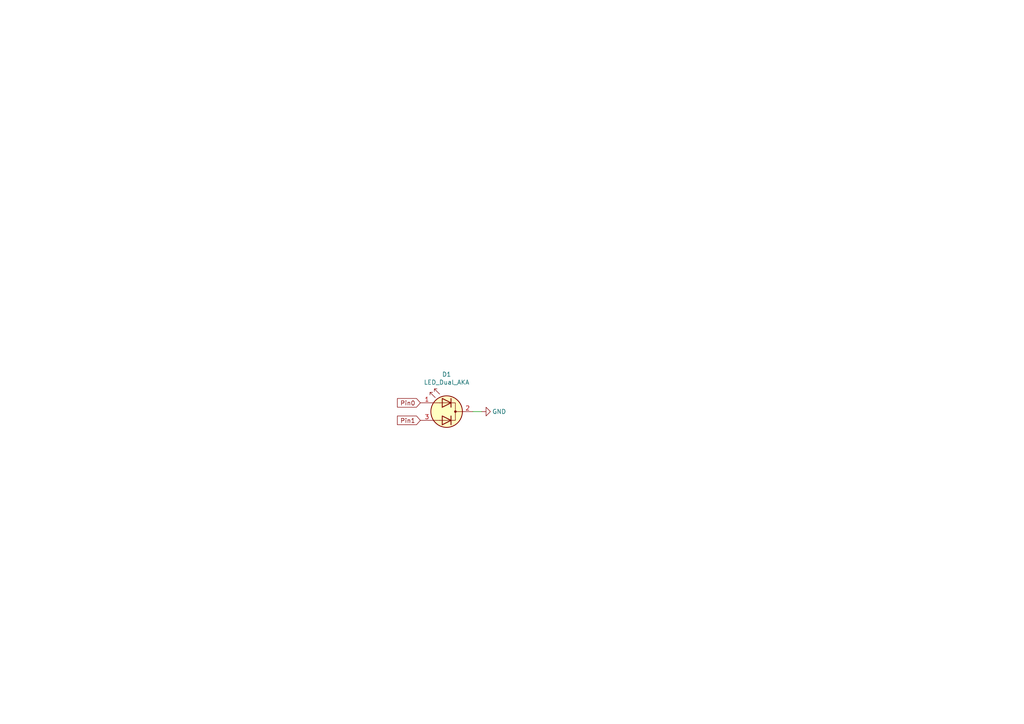
<source format=kicad_sch>
(kicad_sch (version 20211123) (generator eeschema)
  (paper "A4")
  (lib_symbols
    (symbol "Device:LED_Dual_AKA" (pin_names (offset 0) hide)
      (property "Reference" "D" (at 0 5.715 0))
      (property "Value" "LED_Dual_AKA" (at 0 -6.35 0))
      (symbol "LED_Dual_AKA_0_1"
        (circle (center -2.54 0) (radius 0.2794) (fill (type outline)))
        (polyline (pts (xy -4.572 0) (xy -2.54 0)))
        (polyline (pts (xy -1.27 -1.27) (xy -1.27 -3.81)) (stroke (width 0.254)))
        (polyline (pts (xy -1.27 1.27) (xy -1.27 3.81)) (stroke (width 0.254)))
        (polyline (pts (xy 3.81 -2.54) (xy 1.905 -2.54)))
        (polyline (pts (xy 3.81 2.54) (xy 1.905 2.54)))
        (polyline (pts (xy 1.27 -3.81) (xy 1.27 -1.27) (xy -1.27 -2.54) (xy 1.27 -3.81)) (stroke (width 0.254)))
        (polyline (pts (xy 1.27 1.27) (xy 1.27 3.81) (xy -1.27 2.54) (xy 1.27 1.27)) (stroke (width 0.254)))
        (polyline (pts (xy 2.032 2.54) (xy -2.54 2.54) (xy -2.54 -2.54) (xy 2.032 -2.54)))
        (polyline (pts (xy 2.032 5.08) (xy 3.556 6.604) (xy 2.794 6.604) (xy 3.556 6.604) (xy 3.556 5.842)))
        (polyline (pts (xy 3.302 4.064) (xy 4.826 5.588) (xy 4.064 5.588) (xy 4.826 5.588) (xy 4.826 4.826)))
        (circle (center 0 0) (radius 4.572) (stroke (width 0.254)) (fill (type background)))
      )
      (symbol "LED_Dual_AKA_1_1"
        (pin input line (at 7.62 2.54 180) (length 3.81) (name "A1") (number "1"))
        (pin input line (at -7.62 0 0) (length 3.048) (name "K") (number "2"))
        (pin input line (at 7.62 -2.54 180) (length 3.81) (name "A2") (number "3"))
      )
    )
    (symbol "power:GND" (power) (pin_names (offset 0))
      (property "Value" "GND" (at 0 -3.81 0))
      (symbol "GND_0_1"
        (polyline (pts (xy 0 0) (xy 0 -1.27) (xy 1.27 -1.27) (xy 0 -2.54) (xy -1.27 -1.27) (xy 0 -1.27)))
      )
      (symbol "GND_1_1"
        (pin power_in line (at 0 0 270) (length 0) hide (name "GND") (number "1"))
      )
    )
  )
  (wire (pts (xy 137.16 119.38) (xy 139.7 119.38)))
  (global_label "Pin0" (shape input) (at 121.92 116.84 180) (property "Intersheet References" "${INTERSHEET_REFS}" (effects hide)))
  (global_label "Pin1" (shape input) (at 121.92 121.92 180) (property "Intersheet References" "${INTERSHEET_REFS}" (effects hide)))
  (symbol (lib_id "Device:LED_Dual_AKA") (at 129.54 119.38 0) (mirror y) (unit 1)
    (property "Reference" "D1" (at 129.54 108.585 0))
    (property "Value" "LED_Dual_AKA" (at 129.54 110.8964 0))
    (property "Footprint" "LED_THT:LED_D3.0mm-3" (effects hide))
    (property "Device" "LED" (effects hide))
    (property "Description" "LED GREEN/RED DIFFUSED T-1 T/H" (effects hide))
    (property "Place" "No" (effects hide))
    (property "Dist" "Digikey" (effects hide))
    (property "DistPartNumber" "754-1221-ND" (effects hide))
    (property "DistLink" "https://www.digikey.de/product-detail/en/kingbright/WP3VEGW/754-1221-ND/1747620" (effects hide))
  )
  (symbol (lib_id "power:GND") (at 139.7 119.38 90) (unit 1)
    (property "Reference" "#PWR0105" (effects hide))
    (property "Value" "GND" (at 144.78 119.38 90))
  )
)
</source>
